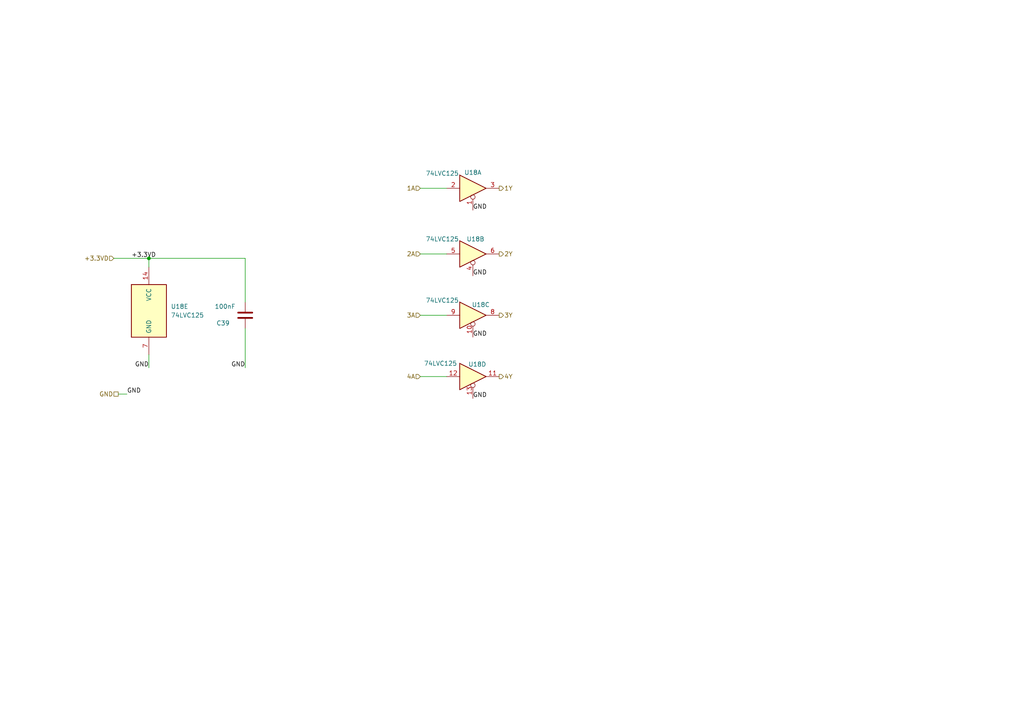
<source format=kicad_sch>
(kicad_sch (version 20231120) (generator "eeschema") (generator_version "8.0")
  (paper "A4")
  (title_block (date "2024-04-17") (rev "1.0"))
  (lib_symbols
    (symbol "74xx:74LVC125" (pin_names (offset 1.016))
      (property "Reference" "U" (at 0 1.27 0))
      (property "Value" "74LVC125" (at 0 -1.27 0))
      (symbol "74LVC125_1_0"
        (polyline (pts (xy -3.81 3.81) (xy -3.81 -3.81) (xy 3.81 0) (xy -3.81 3.81)) (stroke (width 0.254)) (fill (type background)))
        (pin input inverted (at 0 -6.35 90) (length 4.445) (name "~") (number "1"))
        (pin input line (at -7.62 0 0) (length 3.81) (name "~") (number "2"))
        (pin tri_state line (at 7.62 0 180) (length 3.81) (name "~") (number "3"))
      )
      (symbol "74LVC125_2_0"
        (polyline (pts (xy -3.81 3.81) (xy -3.81 -3.81) (xy 3.81 0) (xy -3.81 3.81)) (stroke (width 0.254)) (fill (type background)))
        (pin input inverted (at 0 -6.35 90) (length 4.445) (name "~") (number "4"))
        (pin input line (at -7.62 0 0) (length 3.81) (name "~") (number "5"))
        (pin tri_state line (at 7.62 0 180) (length 3.81) (name "~") (number "6"))
      )
      (symbol "74LVC125_3_0"
        (polyline (pts (xy -3.81 3.81) (xy -3.81 -3.81) (xy 3.81 0) (xy -3.81 3.81)) (stroke (width 0.254)) (fill (type background)))
        (pin input inverted (at 0 -6.35 90) (length 4.445) (name "~") (number "10"))
        (pin tri_state line (at 7.62 0 180) (length 3.81) (name "~") (number "8"))
        (pin input line (at -7.62 0 0) (length 3.81) (name "~") (number "9"))
      )
      (symbol "74LVC125_4_0"
        (polyline (pts (xy -3.81 3.81) (xy -3.81 -3.81) (xy 3.81 0) (xy -3.81 3.81)) (stroke (width 0.254)) (fill (type background)))
        (pin tri_state line (at 7.62 0 180) (length 3.81) (name "~") (number "11"))
        (pin input line (at -7.62 0 0) (length 3.81) (name "~") (number "12"))
        (pin input inverted (at 0 -6.35 90) (length 4.445) (name "~") (number "13"))
      )
      (symbol "74LVC125_5_0"
        (pin power_in line (at 0 12.7 270) (length 5.08) (name "VCC") (number "14"))
        (pin power_in line (at 0 -12.7 90) (length 5.08) (name "GND") (number "7"))
      )
      (symbol "74LVC125_5_1"
        (rectangle (start -5.08 7.62) (end 5.08 -7.62) (stroke (width 0.254)) (fill (type background)))
      )
    )
    (symbol "Device:C" (pin_numbers hide) (pin_names (offset 0.254))
      (property "Reference" "C" (at 0.635 2.54 0))
      (property "Value" "C" (at 0.635 -2.54 0))
      (symbol "C_0_1"
        (polyline (pts (xy -2.032 -0.762) (xy 2.032 -0.762)) (stroke (width 0.508)))
        (polyline (pts (xy -2.032 0.762) (xy 2.032 0.762)) (stroke (width 0.508)))
      )
      (symbol "C_1_1"
        (pin passive line (at 0 3.81 270) (length 2.794) (name "~") (number "1"))
        (pin passive line (at 0 -3.81 90) (length 2.794) (name "~") (number "2"))
      )
    )
  )
  (junction (at 43.18 74.93))
  (wire (pts (xy 71.12 95.25) (xy 71.12 106.68)))
  (wire (pts (xy 121.92 73.66) (xy 129.54 73.66)))
  (wire (pts (xy 71.12 87.63) (xy 71.12 74.93)))
  (wire (pts (xy 121.92 54.61) (xy 129.54 54.61)))
  (wire (pts (xy 43.18 102.87) (xy 43.18 106.68)))
  (wire (pts (xy 34.29 114.3) (xy 36.83 114.3)))
  (wire (pts (xy 33.02 74.93) (xy 43.18 74.93)))
  (wire (pts (xy 43.18 74.93) (xy 43.18 77.47)))
  (wire (pts (xy 121.92 109.22) (xy 129.54 109.22)))
  (wire (pts (xy 43.18 74.93) (xy 71.12 74.93)))
  (wire (pts (xy 121.92 91.44) (xy 129.54 91.44)))
  (label "GND" (at 43.18 106.68 180))
  (label "+3.3VD" (at 38.1 74.93 0))
  (label "GND" (at 137.16 115.57 0))
  (label "GND" (at 137.16 97.79 0))
  (label "GND" (at 71.12 106.68 180))
  (label "GND" (at 137.16 60.96 0))
  (label "GND" (at 137.16 80.01 0))
  (label "GND" (at 36.83 114.3 0))
  (hierarchical_label "1Y" (shape output) (at 144.78 54.61 0))
  (hierarchical_label "3Y" (shape output) (at 144.78 91.44 0))
  (hierarchical_label "+3.3VD" (shape input) (at 33.02 74.93 180))
  (hierarchical_label "3A" (shape input) (at 121.92 91.44 180))
  (hierarchical_label "4A" (shape input) (at 121.92 109.22 180))
  (hierarchical_label "1A" (shape input) (at 121.92 54.61 180))
  (hierarchical_label "4Y" (shape output) (at 144.78 109.22 0))
  (hierarchical_label "GND" (shape passive) (at 34.29 114.3 180))
  (hierarchical_label "2A" (shape input) (at 121.92 73.66 180))
  (hierarchical_label "2Y" (shape output) (at 144.78 73.66 0))
  (symbol (lib_id "Device:C") (at 71.12 91.44 0) (unit 1)
    (property "Reference" "C39" (at 62.738 93.726 0) (effects (justify left)))
    (property "Value" "100nF" (at 62.23 88.9 0) (effects (justify left)))
    (property "Footprint" "Capacitor_SMD:C_0603_1608Metric" (effects (hide yes)))
  )
  (symbol (lib_id "74xx:74LVC125") (at 137.16 73.66 0) (unit 2)
    (property "Reference" "U18" (at 137.922 69.342 0))
    (property "Value" "74LVC125" (at 128.27 69.342 0))
    (property "Footprint" "Package_SO:SSOP-14_5.3x6.2mm_P0.65mm" (effects (hide yes)))
    (property "Datasheet" "http://www.ti.com/lit/gpn/sn74LVC125" (effects (hide yes)))
    (property "Description" "Quad buffer 3-State outputs" (effects (hide yes)))
  )
  (symbol (lib_id "74xx:74LVC125") (at 43.18 90.17 0) (unit 5)
    (property "Reference" "U18" (at 49.53 88.8999 0) (effects (justify left)))
    (property "Value" "74LVC125" (at 49.53 91.4399 0) (effects (justify left)))
    (property "Footprint" "Package_SO:SSOP-14_5.3x6.2mm_P0.65mm" (effects (hide yes)))
    (property "Datasheet" "http://www.ti.com/lit/gpn/sn74LVC125" (effects (hide yes)))
    (property "Description" "Quad buffer 3-State outputs" (effects (hide yes)))
  )
  (symbol (lib_id "74xx:74LVC125") (at 137.16 109.22 0) (unit 4)
    (property "Reference" "U18" (at 138.43 105.664 0))
    (property "Value" "74LVC125" (at 127.762 105.41 0))
    (property "Footprint" "Package_SO:SSOP-14_5.3x6.2mm_P0.65mm" (effects (hide yes)))
    (property "Datasheet" "http://www.ti.com/lit/gpn/sn74LVC125" (effects (hide yes)))
    (property "Description" "Quad buffer 3-State outputs" (effects (hide yes)))
  )
  (symbol (lib_id "74xx:74LVC125") (at 137.16 91.44 0) (unit 3)
    (property "Reference" "U18" (at 139.446 88.392 0))
    (property "Value" "74LVC125" (at 128.27 87.122 0))
    (property "Footprint" "Package_SO:SSOP-14_5.3x6.2mm_P0.65mm" (effects (hide yes)))
    (property "Datasheet" "http://www.ti.com/lit/gpn/sn74LVC125" (effects (hide yes)))
    (property "Description" "Quad buffer 3-State outputs" (effects (hide yes)))
  )
  (symbol (lib_id "74xx:74LVC125") (at 137.16 54.61 0) (unit 1)
    (property "Reference" "U18" (at 137.16 50.038 0))
    (property "Value" "74LVC125" (at 128.27 50.292 0))
    (property "Footprint" "Package_SO:SSOP-14_5.3x6.2mm_P0.65mm" (effects (hide yes)))
    (property "Datasheet" "http://www.ti.com/lit/gpn/sn74LVC125" (effects (hide yes)))
    (property "Description" "Quad buffer 3-State outputs" (effects (hide yes)))
  )
)
</source>
